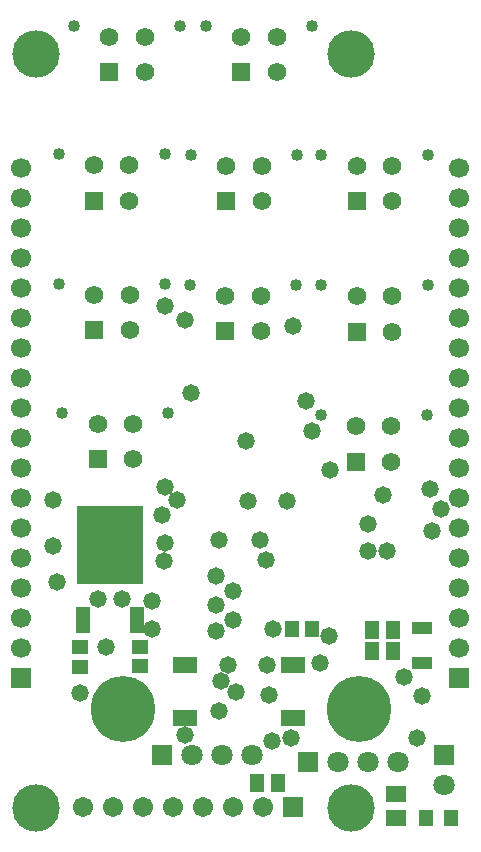
<source format=gbs>
G04*
G04 #@! TF.GenerationSoftware,Altium Limited,Altium Designer,22.7.1 (60)*
G04*
G04 Layer_Color=16711935*
%FSLAX44Y44*%
%MOMM*%
G71*
G04*
G04 #@! TF.SameCoordinates,868842FB-CB56-49F4-92B6-46A9E27D1440*
G04*
G04*
G04 #@! TF.FilePolarity,Negative*
G04*
G01*
G75*
%ADD18R,1.3606X1.1578*%
%ADD19R,1.1578X1.3606*%
%ADD21C,1.8032*%
%ADD22R,1.8032X1.8032*%
%ADD23R,1.5700X1.5700*%
%ADD24C,1.5700*%
%ADD25C,1.0200*%
%ADD26C,1.7032*%
%ADD27R,1.7032X1.7032*%
%ADD28C,1.7000*%
%ADD29R,1.7000X1.7000*%
%ADD30O,5.4032X5.6032*%
%ADD31C,4.0132*%
%ADD32R,1.8032X1.8032*%
%ADD33C,1.4732*%
%ADD43R,2.1000X1.4000*%
%ADD47R,1.8000X1.0000*%
%ADD51R,1.7532X1.4532*%
%ADD52R,1.3032X1.4032*%
%ADD53R,1.2032X1.5532*%
%ADD54R,5.7032X6.7032*%
%ADD55R,1.1532X2.3032*%
D18*
X114300Y162594D02*
D03*
Y146050D02*
D03*
X63500Y161942D02*
D03*
Y145398D02*
D03*
D19*
X243188Y177800D02*
D03*
X259732D02*
D03*
D21*
X372110Y45720D02*
D03*
X332740Y64770D02*
D03*
X307340D02*
D03*
X281940D02*
D03*
X209550Y71120D02*
D03*
X184150D02*
D03*
X158750D02*
D03*
D22*
X372110D02*
D03*
D23*
X78430Y321280D02*
D03*
X297180Y319250D02*
D03*
X186690Y429740D02*
D03*
X297970Y429230D02*
D03*
X75720Y430500D02*
D03*
X297970Y539720D02*
D03*
X187480D02*
D03*
X75410Y540230D02*
D03*
X200180Y648940D02*
D03*
X88420D02*
D03*
D24*
X108430Y321280D02*
D03*
X78430Y351280D02*
D03*
X108430D02*
D03*
X327180Y319250D02*
D03*
X297180Y349250D02*
D03*
X327180D02*
D03*
X216690Y429740D02*
D03*
X186690Y459740D02*
D03*
X216690D02*
D03*
X327970Y459230D02*
D03*
X297970D02*
D03*
X327970Y429230D02*
D03*
X105720Y460500D02*
D03*
X75720D02*
D03*
X105720Y430500D02*
D03*
X327970Y569720D02*
D03*
X297970D02*
D03*
X327970Y539720D02*
D03*
X217480Y569720D02*
D03*
X187480D02*
D03*
X217480Y539720D02*
D03*
X105410Y570230D02*
D03*
X75410D02*
D03*
X105410Y540230D02*
D03*
X230180Y678940D02*
D03*
X200180D02*
D03*
X230180Y648940D02*
D03*
X118420Y678940D02*
D03*
X88420D02*
D03*
X118420Y648940D02*
D03*
D25*
X138430Y360680D02*
D03*
X48430D02*
D03*
X357180Y358650D02*
D03*
X267180D02*
D03*
X246690Y469140D02*
D03*
X156690D02*
D03*
X267970Y468630D02*
D03*
X357970D02*
D03*
X45720Y469900D02*
D03*
X135720D02*
D03*
X267970Y579120D02*
D03*
X357970D02*
D03*
X157480D02*
D03*
X247480D02*
D03*
X45410Y579630D02*
D03*
X135410D02*
D03*
X170180Y688340D02*
D03*
X260180D02*
D03*
X58420D02*
D03*
X148420D02*
D03*
D26*
X66040Y26670D02*
D03*
X91440D02*
D03*
X116840D02*
D03*
X142240D02*
D03*
X167640D02*
D03*
X193040D02*
D03*
X218440D02*
D03*
D27*
X243840D02*
D03*
D28*
X384810Y567690D02*
D03*
Y542290D02*
D03*
Y516890D02*
D03*
Y491490D02*
D03*
Y466090D02*
D03*
Y440690D02*
D03*
Y415290D02*
D03*
Y389890D02*
D03*
Y364490D02*
D03*
Y339090D02*
D03*
Y313690D02*
D03*
Y288290D02*
D03*
Y262890D02*
D03*
Y237490D02*
D03*
Y212090D02*
D03*
Y186690D02*
D03*
Y161290D02*
D03*
X13970Y567690D02*
D03*
Y542290D02*
D03*
Y516890D02*
D03*
Y491490D02*
D03*
Y466090D02*
D03*
Y440690D02*
D03*
Y415290D02*
D03*
Y389890D02*
D03*
Y364490D02*
D03*
Y339090D02*
D03*
Y313690D02*
D03*
Y288290D02*
D03*
Y262890D02*
D03*
Y237490D02*
D03*
Y212090D02*
D03*
Y186690D02*
D03*
Y161290D02*
D03*
D29*
X384810Y135890D02*
D03*
X13970D02*
D03*
D30*
X300000Y110000D02*
D03*
X100000D02*
D03*
D31*
X26035Y26035D02*
D03*
X293370D02*
D03*
Y664210D02*
D03*
X26035D02*
D03*
D32*
X256540Y64770D02*
D03*
X133350Y71120D02*
D03*
D33*
X179014Y175910D02*
D03*
X179070Y197801D02*
D03*
X193040Y185135D02*
D03*
X179070Y222250D02*
D03*
X133129Y274291D02*
D03*
X181610Y252730D02*
D03*
X189230Y147320D02*
D03*
X204470Y336550D02*
D03*
X134459Y234950D02*
D03*
X44450Y217170D02*
D03*
X124042Y201240D02*
D03*
X78740Y203200D02*
D03*
X320040Y290830D02*
D03*
X124042Y177428D02*
D03*
X182880Y133350D02*
D03*
X222250Y147320D02*
D03*
X223520Y121365D02*
D03*
X99060Y203200D02*
D03*
X274411Y171701D02*
D03*
X337820Y137160D02*
D03*
X353060Y120650D02*
D03*
X349250Y85090D02*
D03*
X195580Y124460D02*
D03*
X63500Y123190D02*
D03*
X242254Y85583D02*
D03*
X152620Y87850D02*
D03*
X193040Y209550D02*
D03*
X220980Y236220D02*
D03*
X215900Y252730D02*
D03*
X227265Y177800D02*
D03*
X226060Y82550D02*
D03*
X181610Y107950D02*
D03*
X205740Y285750D02*
D03*
X369570Y279400D02*
D03*
X359620Y295910D02*
D03*
X361950Y260350D02*
D03*
X243840Y434340D02*
D03*
X152400Y439420D02*
D03*
X135478Y451262D02*
D03*
X85708Y161942D02*
D03*
X238760Y285750D02*
D03*
X135890Y250190D02*
D03*
X146050Y287020D02*
D03*
X135478Y297997D02*
D03*
X255270Y370840D02*
D03*
X307340Y266700D02*
D03*
X266700Y148590D02*
D03*
X260350Y345440D02*
D03*
X275360Y312420D02*
D03*
X157480Y377190D02*
D03*
X307340Y243840D02*
D03*
X323850D02*
D03*
X40640Y287020D02*
D03*
Y247650D02*
D03*
D43*
X152620Y146960D02*
D03*
X243620D02*
D03*
X152620Y101960D02*
D03*
X243620D02*
D03*
D47*
X353060Y178830D02*
D03*
Y148830D02*
D03*
D51*
X331470Y38280D02*
D03*
Y17780D02*
D03*
D52*
X356870D02*
D03*
X377870D02*
D03*
D53*
X231360Y46990D02*
D03*
X213360D02*
D03*
X310930Y158750D02*
D03*
X328930D02*
D03*
X310930Y176530D02*
D03*
X328930D02*
D03*
D54*
X88960Y248420D02*
D03*
D55*
X66160Y185420D02*
D03*
X111760D02*
D03*
M02*

</source>
